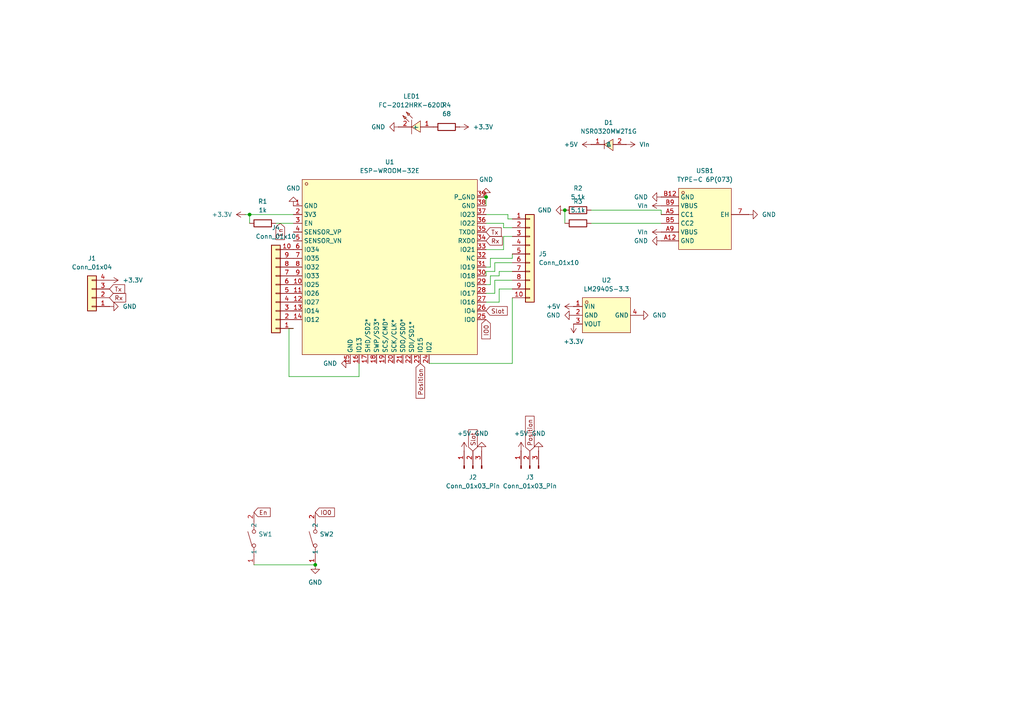
<source format=kicad_sch>
(kicad_sch (version 20231120) (generator "eeschema") (generator_version "8.0")
  (paper "A4")
  (lib_symbols
    (symbol "Connector:Conn_01x03_Pin" (pin_names (offset 1.016) hide)
      (property "Reference" "J" (at 0 5.08 0))
      (property "Value" "Conn_01x03_Pin" (at 0 -5.08 0))
      (symbol "Conn_01x03_Pin_1_1"
        (polyline (pts (xy 1.27 -2.54) (xy 0.8636 -2.54)) (stroke (width 0.1524)))
        (polyline (pts (xy 1.27 0) (xy 0.8636 0)) (stroke (width 0.1524)))
        (polyline (pts (xy 1.27 2.54) (xy 0.8636 2.54)) (stroke (width 0.1524)))
        (rectangle (start 0.8636 -2.413) (end 0 -2.667) (stroke (width 0.1524)) (fill (type outline)))
        (rectangle (start 0.8636 0.127) (end 0 -0.127) (stroke (width 0.1524)) (fill (type outline)))
        (rectangle (start 0.8636 2.667) (end 0 2.413) (stroke (width 0.1524)) (fill (type outline)))
        (pin passive line (at 5.08 2.54 180) (length 3.81) (name "Pin_1") (number "1"))
        (pin passive line (at 5.08 0 180) (length 3.81) (name "Pin_2") (number "2"))
        (pin passive line (at 5.08 -2.54 180) (length 3.81) (name "Pin_3") (number "3"))
      )
    )
    (symbol "Connector_Generic:Conn_01x04" (pin_names (offset 1.016) hide)
      (property "Reference" "J" (at 0 5.08 0))
      (property "Value" "Conn_01x04" (at 0 -7.62 0))
      (symbol "Conn_01x04_1_1"
        (rectangle (start -1.27 -4.953) (end 0 -5.207) (stroke (width 0.1524)))
        (rectangle (start -1.27 -2.413) (end 0 -2.667) (stroke (width 0.1524)))
        (rectangle (start -1.27 0.127) (end 0 -0.127) (stroke (width 0.1524)))
        (rectangle (start -1.27 2.667) (end 0 2.413) (stroke (width 0.1524)))
        (rectangle (start -1.27 3.81) (end 1.27 -6.35) (stroke (width 0.254)) (fill (type background)))
        (pin passive line (at -5.08 2.54 0) (length 3.81) (name "Pin_1") (number "1"))
        (pin passive line (at -5.08 0 0) (length 3.81) (name "Pin_2") (number "2"))
        (pin passive line (at -5.08 -2.54 0) (length 3.81) (name "Pin_3") (number "3"))
        (pin passive line (at -5.08 -5.08 0) (length 3.81) (name "Pin_4") (number "4"))
      )
    )
    (symbol "Connector_Generic:Conn_01x10" (pin_names (offset 1.016) hide)
      (property "Reference" "J" (at 0 12.7 0))
      (property "Value" "Conn_01x10" (at 0 -15.24 0))
      (symbol "Conn_01x10_1_1"
        (rectangle (start -1.27 -12.573) (end 0 -12.827) (stroke (width 0.1524)))
        (rectangle (start -1.27 -10.033) (end 0 -10.287) (stroke (width 0.1524)))
        (rectangle (start -1.27 -7.493) (end 0 -7.747) (stroke (width 0.1524)))
        (rectangle (start -1.27 -4.953) (end 0 -5.207) (stroke (width 0.1524)))
        (rectangle (start -1.27 -2.413) (end 0 -2.667) (stroke (width 0.1524)))
        (rectangle (start -1.27 0.127) (end 0 -0.127) (stroke (width 0.1524)))
        (rectangle (start -1.27 2.667) (end 0 2.413) (stroke (width 0.1524)))
        (rectangle (start -1.27 5.207) (end 0 4.953) (stroke (width 0.1524)))
        (rectangle (start -1.27 7.747) (end 0 7.493) (stroke (width 0.1524)))
        (rectangle (start -1.27 10.287) (end 0 10.033) (stroke (width 0.1524)))
        (rectangle (start -1.27 11.43) (end 1.27 -13.97) (stroke (width 0.254)) (fill (type background)))
        (pin passive line (at -5.08 10.16 0) (length 3.81) (name "Pin_1") (number "1"))
        (pin passive line (at -5.08 -12.7 0) (length 3.81) (name "Pin_10") (number "10"))
        (pin passive line (at -5.08 7.62 0) (length 3.81) (name "Pin_2") (number "2"))
        (pin passive line (at -5.08 5.08 0) (length 3.81) (name "Pin_3") (number "3"))
        (pin passive line (at -5.08 2.54 0) (length 3.81) (name "Pin_4") (number "4"))
        (pin passive line (at -5.08 0 0) (length 3.81) (name "Pin_5") (number "5"))
        (pin passive line (at -5.08 -2.54 0) (length 3.81) (name "Pin_6") (number "6"))
        (pin passive line (at -5.08 -5.08 0) (length 3.81) (name "Pin_7") (number "7"))
        (pin passive line (at -5.08 -7.62 0) (length 3.81) (name "Pin_8") (number "8"))
        (pin passive line (at -5.08 -10.16 0) (length 3.81) (name "Pin_9") (number "9"))
      )
    )
    (symbol "Device:R" (pin_numbers hide) (pin_names (offset 0))
      (property "Reference" "R" (at 2.032 0 90))
      (property "Value" "R" (at 0 0 90))
      (symbol "R_0_1"
        (rectangle (start -1.016 -2.54) (end 1.016 2.54) (stroke (width 0.254)))
      )
      (symbol "R_1_1"
        (pin passive line (at 0 3.81 270) (length 1.27) (name "~") (number "1"))
        (pin passive line (at 0 -3.81 90) (length 1.27) (name "~") (number "2"))
      )
    )
    (symbol "easyeda2kicad:ESP-WROOM-32E"
      (property "Reference" "U" (at 0 27.94 0))
      (property "Value" "ESP-WROOM-32E" (at 0 -30.48 0))
      (symbol "ESP-WROOM-32E_0_1"
        (rectangle (start -25.4 27.94) (end 25.4 -22.86) (fill (type background)))
        (circle (center -24.13 26.67) (radius 0.38))
        (pin unspecified line (at -27.94 20.32 0) (length 2.54) (name "GND") (number "1"))
        (pin unspecified line (at -27.94 -2.54 0) (length 2.54) (name "IO25") (number "10"))
        (pin unspecified line (at -27.94 -5.08 0) (length 2.54) (name "IO26") (number "11"))
        (pin unspecified line (at -27.94 -7.62 0) (length 2.54) (name "IO27") (number "12"))
        (pin unspecified line (at -27.94 -10.16 0) (length 2.54) (name "IO14") (number "13"))
        (pin unspecified line (at -27.94 -12.7 0) (length 2.54) (name "IO12") (number "14"))
        (pin unspecified line (at -11.43 -25.4 90) (length 2.54) (name "GND") (number "15"))
        (pin unspecified line (at -8.89 -25.4 90) (length 2.54) (name "IO13") (number "16"))
        (pin unspecified line (at -6.35 -25.4 90) (length 2.54) (name "SHD/SD2*") (number "17"))
        (pin unspecified line (at -3.81 -25.4 90) (length 2.54) (name "SWP/SD3*") (number "18"))
        (pin unspecified line (at -1.27 -25.4 90) (length 2.54) (name "SCS/CMD*") (number "19"))
        (pin unspecified line (at -27.94 17.78 0) (length 2.54) (name "3V3") (number "2"))
        (pin unspecified line (at 1.27 -25.4 90) (length 2.54) (name "SCK/CLK*") (number "20"))
        (pin unspecified line (at 3.81 -25.4 90) (length 2.54) (name "SDO/SD0*") (number "21"))
        (pin unspecified line (at 6.35 -25.4 90) (length 2.54) (name "SDI/SD1*") (number "22"))
        (pin unspecified line (at 8.89 -25.4 90) (length 2.54) (name "IO15") (number "23"))
        (pin unspecified line (at 11.43 -25.4 90) (length 2.54) (name "IO2") (number "24"))
        (pin unspecified line (at 27.94 -12.7 180) (length 2.54) (name "IO0") (number "25"))
        (pin unspecified line (at 27.94 -10.16 180) (length 2.54) (name "IO4") (number "26"))
        (pin unspecified line (at 27.94 -7.62 180) (length 2.54) (name "IO16") (number "27"))
        (pin unspecified line (at 27.94 -5.08 180) (length 2.54) (name "IO17") (number "28"))
        (pin unspecified line (at 27.94 -2.54 180) (length 2.54) (name "IO5") (number "29"))
        (pin unspecified line (at -27.94 15.24 0) (length 2.54) (name "EN") (number "3"))
        (pin unspecified line (at 27.94 0 180) (length 2.54) (name "IO18") (number "30"))
        (pin unspecified line (at 27.94 2.54 180) (length 2.54) (name "IO19") (number "31"))
        (pin unspecified line (at 27.94 5.08 180) (length 2.54) (name "NC") (number "32"))
        (pin unspecified line (at 27.94 7.62 180) (length 2.54) (name "IO21") (number "33"))
        (pin unspecified line (at 27.94 10.16 180) (length 2.54) (name "RXD0") (number "34"))
        (pin unspecified line (at 27.94 12.7 180) (length 2.54) (name "TXD0") (number "35"))
        (pin unspecified line (at 27.94 15.24 180) (length 2.54) (name "IO22") (number "36"))
        (pin unspecified line (at 27.94 17.78 180) (length 2.54) (name "IO23") (number "37"))
        (pin unspecified line (at 27.94 20.32 180) (length 2.54) (name "GND") (number "38"))
        (pin unspecified line (at 27.94 22.86 180) (length 2.54) (name "P_GND") (number "39"))
        (pin unspecified line (at -27.94 12.7 0) (length 2.54) (name "SENSOR_VP") (number "4"))
        (pin unspecified line (at -27.94 10.16 0) (length 2.54) (name "SENSOR_VN") (number "5"))
        (pin unspecified line (at -27.94 7.62 0) (length 2.54) (name "IO34") (number "6"))
        (pin unspecified line (at -27.94 5.08 0) (length 2.54) (name "IO35") (number "7"))
        (pin unspecified line (at -27.94 2.54 0) (length 2.54) (name "IO32") (number "8"))
        (pin unspecified line (at -27.94 0 0) (length 2.54) (name "IO33") (number "9"))
      )
    )
    (symbol "easyeda2kicad:FC-2012HRK-620D"
      (property "Reference" "LED" (at 0 5.08 0))
      (property "Value" "FC-2012HRK-620D" (at 0 -5.08 0))
      (symbol "FC-2012HRK-620D_0_1"
        (polyline (pts (xy -2.03 1.52) (xy -3.81 3.3)))
        (polyline (pts (xy -1.27 2.03) (xy -1.27 -2.03)))
        (polyline (pts (xy -1.02 2.54) (xy -2.79 4.32)))
        (polyline (pts (xy -3.81 3.3) (xy -2.79 2.79) (xy -3.3 2.29) (xy -3.81 3.3)) (fill (type background)))
        (polyline (pts (xy -2.79 4.32) (xy -1.78 3.81) (xy -2.29 3.3) (xy -2.79 4.32)) (fill (type background)))
        (polyline (pts (xy 1.27 -1.52) (xy -1.27 0) (xy 1.27 1.78) (xy 1.27 -1.52)) (fill (type background)))
        (pin unspecified line (at 5.08 0 180) (length 3.81) (name "+") (number "1"))
        (pin unspecified line (at -5.08 0 0) (length 3.81) (name "-") (number "2"))
      )
    )
    (symbol "easyeda2kicad:LM2940S-3.3"
      (property "Reference" "U" (at 0 7.62 0))
      (property "Value" "LM2940S-3.3" (at 0 -7.62 0))
      (symbol "LM2940S-3.3_0_1"
        (rectangle (start -7.62 5.08) (end 6.35 -5.08) (fill (type background)))
        (circle (center -6.35 3.81) (radius 0.38))
        (pin unspecified line (at -10.16 2.54 0) (length 2.54) (name "VIN") (number "1"))
        (pin unspecified line (at -10.16 0 0) (length 2.54) (name "GND") (number "2"))
        (pin unspecified line (at -10.16 -2.54 0) (length 2.54) (name "VOUT") (number "3"))
        (pin unspecified line (at 8.89 0 180) (length 2.54) (name "GND") (number "4"))
      )
    )
    (symbol "easyeda2kicad:NSR0320MW2T1G"
      (property "Reference" "D" (at 0 5.08 0))
      (property "Value" "NSR0320MW2T1G" (at 0 -5.08 0))
      (symbol "NSR0320MW2T1G_0_1"
        (polyline (pts (xy -1.27 1.27) (xy -1.27 -1.27)))
        (polyline (pts (xy 1.27 1.52) (xy -1.27 0) (xy 1.27 -1.78) (xy 1.27 1.52)) (fill (type background)))
        (pin unspecified line (at -5.08 0 0) (length 3.81) (name "C") (number "1"))
        (pin unspecified line (at 5.08 0 180) (length 3.81) (name "A") (number "2"))
      )
    )
    (symbol "easyeda2kicad:TS-1088-AR02016"
      (property "Reference" "SW" (at 0 5.08 0))
      (property "Value" "TS-1088-AR02016" (at 0 -5.08 0))
      (symbol "TS-1088-AR02016_0_1"
        (circle (center -2.03 0) (radius 0.51))
        (polyline (pts (xy -5.08 0) (xy -2.54 0)))
        (polyline (pts (xy -2.29 0.51) (xy 2.03 1.78)))
        (polyline (pts (xy 5.08 0) (xy 2.54 0)))
        (circle (center 2.03 0) (radius 0.51))
        (pin unspecified line (at -7.62 0 0) (length 2.54) (name "1") (number "1"))
        (pin unspecified line (at 7.62 0 180) (length 2.54) (name "2") (number "2"))
      )
    )
    (symbol "easyeda2kicad:TYPE-C6P(073)"
      (property "Reference" "USB" (at 0 10.16 0))
      (property "Value" "TYPE-C 6P(073)" (at 0 -12.7 0))
      (symbol "TYPE-C6P(073)_0_1"
        (rectangle (start -7.62 7.62) (end 7.62 -10.16) (fill (type background)))
        (circle (center -6.35 6.35) (radius 0.38))
        (pin unspecified line (at 12.7 0 180) (length 5.08) (name "EH") (number "7"))
        (pin unspecified line (at -12.7 -7.62 0) (length 5.08) (name "GND") (number "A12"))
        (pin unspecified line (at -12.7 0 0) (length 5.08) (name "CC1") (number "A5"))
        (pin unspecified line (at -12.7 -5.08 0) (length 5.08) (name "VBUS") (number "A9"))
        (pin unspecified line (at -12.7 5.08 0) (length 5.08) (name "GND") (number "B12"))
        (pin unspecified line (at -12.7 -2.54 0) (length 5.08) (name "CC2") (number "B5"))
        (pin unspecified line (at -12.7 2.54 0) (length 5.08) (name "VBUS") (number "B9"))
      )
    )
    (symbol "power:+3.3V" (power) (pin_numbers hide) (pin_names (offset 0) hide)
      (property "Value" "+3.3V" (at 0 3.556 0))
      (symbol "+3.3V_0_1"
        (polyline (pts (xy -0.762 1.27) (xy 0 2.54)))
        (polyline (pts (xy 0 0) (xy 0 2.54)))
        (polyline (pts (xy 0 2.54) (xy 0.762 1.27)))
      )
      (symbol "+3.3V_1_1"
        (pin power_in line (at 0 0 90) (length 0) (name "~") (number "1"))
      )
    )
    (symbol "power:+5V" (power) (pin_numbers hide) (pin_names (offset 0) hide)
      (property "Value" "+5V" (at 0 3.556 0))
      (symbol "+5V_0_1"
        (polyline (pts (xy -0.762 1.27) (xy 0 2.54)))
        (polyline (pts (xy 0 0) (xy 0 2.54)))
        (polyline (pts (xy 0 2.54) (xy 0.762 1.27)))
      )
      (symbol "+5V_1_1"
        (pin power_in line (at 0 0 90) (length 0) (name "~") (number "1"))
      )
    )
    (symbol "power:GND" (power) (pin_numbers hide) (pin_names (offset 0) hide)
      (property "Value" "GND" (at 0 -3.81 0))
      (symbol "GND_0_1"
        (polyline (pts (xy 0 0) (xy 0 -1.27) (xy 1.27 -1.27) (xy 0 -2.54) (xy -1.27 -1.27) (xy 0 -1.27)))
      )
      (symbol "GND_1_1"
        (pin power_in line (at 0 0 270) (length 0) (name "~") (number "1"))
      )
    )
    (symbol "power:VCC" (power) (pin_numbers hide) (pin_names (offset 0) hide)
      (property "Value" "VCC" (at 0 3.556 0))
      (symbol "VCC_0_1"
        (polyline (pts (xy -0.762 1.27) (xy 0 2.54)))
        (polyline (pts (xy 0 0) (xy 0 2.54)))
        (polyline (pts (xy 0 2.54) (xy 0.762 1.27)))
      )
      (symbol "VCC_1_1"
        (pin power_in line (at 0 0 90) (length 0) (name "~") (number "1"))
      )
    )
  )
  (junction (at 163.83 60.96))
  (junction (at 140.97 57.15))
  (junction (at 72.39 62.23))
  (junction (at 91.44 163.83))
  (wire (pts (xy 140.97 87.63) (xy 144.78 87.63)))
  (wire (pts (xy 72.39 62.23) (xy 72.39 64.77)))
  (wire (pts (xy 83.82 95.25) (xy 85.09 95.25)))
  (wire (pts (xy 140.97 57.15) (xy 140.97 59.69)))
  (wire (pts (xy 148.59 81.28) (xy 143.51 81.28)))
  (wire (pts (xy 71.12 62.23) (xy 72.39 62.23)))
  (wire (pts (xy 143.51 78.74) (xy 140.97 78.74)))
  (wire (pts (xy 144.78 87.63) (xy 144.78 83.82)))
  (wire (pts (xy 171.45 64.77) (xy 191.77 64.77)))
  (wire (pts (xy 147.32 62.23) (xy 140.97 62.23)))
  (wire (pts (xy 148.59 74.93) (xy 148.59 73.66)))
  (wire (pts (xy 140.97 78.74) (xy 140.97 80.01)))
  (wire (pts (xy 171.45 60.96) (xy 191.77 60.96)))
  (wire (pts (xy 143.51 81.28) (xy 143.51 85.09)))
  (wire (pts (xy 142.24 77.47) (xy 142.24 74.93)))
  (wire (pts (xy 124.46 105.41) (xy 148.59 105.41)))
  (wire (pts (xy 143.51 76.2) (xy 143.51 78.74)))
  (wire (pts (xy 148.59 76.2) (xy 143.51 76.2)))
  (wire (pts (xy 144.78 80.01) (xy 144.78 78.74)))
  (wire (pts (xy 143.51 85.09) (xy 140.97 85.09)))
  (wire (pts (xy 140.97 82.55) (xy 142.24 82.55)))
  (wire (pts (xy 191.77 60.96) (xy 191.77 62.23)))
  (wire (pts (xy 83.82 109.22) (xy 83.82 95.25)))
  (wire (pts (xy 163.83 60.96) (xy 163.83 64.77)))
  (wire (pts (xy 142.24 82.55) (xy 142.24 80.01)))
  (wire (pts (xy 146.05 66.04) (xy 148.59 66.04)))
  (wire (pts (xy 140.97 72.39) (xy 146.05 72.39)))
  (wire (pts (xy 72.39 62.23) (xy 85.09 62.23)))
  (wire (pts (xy 146.05 72.39) (xy 146.05 68.58)))
  (wire (pts (xy 140.97 77.47) (xy 142.24 77.47)))
  (wire (pts (xy 146.05 64.77) (xy 140.97 64.77)))
  (wire (pts (xy 91.44 163.83) (xy 73.66 163.83)))
  (wire (pts (xy 144.78 78.74) (xy 148.59 78.74)))
  (wire (pts (xy 80.01 64.77) (xy 85.09 64.77)))
  (wire (pts (xy 142.24 80.01) (xy 144.78 80.01)))
  (wire (pts (xy 104.14 109.22) (xy 83.82 109.22)))
  (wire (pts (xy 147.32 63.5) (xy 148.59 63.5)))
  (wire (pts (xy 146.05 68.58) (xy 148.59 68.58)))
  (wire (pts (xy 146.05 66.04) (xy 146.05 64.77)))
  (wire (pts (xy 142.24 74.93) (xy 148.59 74.93)))
  (wire (pts (xy 147.32 63.5) (xy 147.32 62.23)))
  (wire (pts (xy 148.59 86.36) (xy 148.59 105.41)))
  (wire (pts (xy 104.14 105.41) (xy 104.14 109.22)))
  (wire (pts (xy 144.78 83.82) (xy 148.59 83.82)))
  (global_label "En" (shape input) (at 73.66 148.59 0) (property "Intersheetrefs" "${INTERSHEET_REFS}" (effects (hide yes))))
  (global_label "Tx" (shape input) (at 31.75 83.82 0) (property "Intersheetrefs" "${INTERSHEET_REFS}" (effects (hide yes))))
  (global_label "Slot" (shape input) (at 140.97 90.17 0) (property "Intersheetrefs" "${INTERSHEET_REFS}" (effects (hide yes))))
  (global_label "Slot" (shape input) (at 137.16 130.81 90) (property "Intersheetrefs" "${INTERSHEET_REFS}" (effects (hide yes))))
  (global_label "Tx" (shape input) (at 140.97 67.31 0) (property "Intersheetrefs" "${INTERSHEET_REFS}" (effects (hide yes))))
  (global_label "Position" (shape input) (at 153.67 130.81 90) (property "Intersheetrefs" "${INTERSHEET_REFS}" (effects (hide yes))))
  (global_label "IO0" (shape input) (at 140.97 92.71 270) (property "Intersheetrefs" "${INTERSHEET_REFS}" (effects (hide yes))))
  (global_label "Rx" (shape input) (at 31.75 86.36 0) (property "Intersheetrefs" "${INTERSHEET_REFS}" (effects (hide yes))))
  (global_label "IO0" (shape input) (at 91.44 148.59 0) (property "Intersheetrefs" "${INTERSHEET_REFS}" (effects (hide yes))))
  (global_label "Position" (shape input) (at 121.92 105.41 270) (property "Intersheetrefs" "${INTERSHEET_REFS}" (effects (hide yes))))
  (global_label "En" (shape input) (at 81.28 64.77 270) (property "Intersheetrefs" "${INTERSHEET_REFS}" (effects (hide yes))))
  (global_label "Rx" (shape input) (at 140.97 69.85 0) (property "Intersheetrefs" "${INTERSHEET_REFS}" (effects (hide yes))))
  (symbol (lib_id "power:GND") (at 85.09 59.69 180) (unit 1)
    (property "Reference" "#PWR01" (effects (hide yes)))
    (property "Value" "GND" (at 85.09 54.61 0))
    (property "Description" "Power symbol creates a global label with name \"GND\" , ground" (effects (hide yes)))
  )
  (symbol (lib_id "power:GND") (at 91.44 163.83 0) (unit 1)
    (property "Reference" "#PWR05" (effects (hide yes)))
    (property "Value" "GND" (at 91.44 168.91 0))
    (property "Description" "Power symbol creates a global label with name \"GND\" , ground" (effects (hide yes)))
  )
  (symbol (lib_id "Device:R") (at 167.64 60.96 90) (unit 1)
    (property "Reference" "R2" (at 167.64 54.61 90))
    (property "Value" "5.1k" (at 167.64 57.15 90))
    (property "Footprint" "Resistor_SMD:R_0603_1608Metric" (effects (hide yes)))
    (property "Description" "Resistor" (effects (hide yes)))
  )
  (symbol (lib_id "power:GND") (at 115.57 36.83 270) (unit 1)
    (property "Reference" "#PWR025" (effects (hide yes)))
    (property "Value" "GND" (at 111.76 36.8299 90) (effects (justify right)))
    (property "Description" "Power symbol creates a global label with name \"GND\" , ground" (effects (hide yes)))
  )
  (symbol (lib_id "Device:R") (at 129.54 36.83 90) (unit 1)
    (property "Reference" "R4" (at 129.54 30.48 90))
    (property "Value" "68" (at 129.54 33.02 90))
    (property "Footprint" "Resistor_SMD:R_0603_1608Metric" (effects (hide yes)))
    (property "Description" "Resistor" (effects (hide yes)))
  )
  (symbol (lib_id "Connector_Generic:Conn_01x10") (at 153.67 73.66 0) (unit 1)
    (property "Reference" "J5" (at 156.21 73.6599 0) (effects (justify left)))
    (property "Value" "Conn_01x10" (at 156.21 76.1999 0) (effects (justify left)))
    (property "Footprint" "Connector_PinHeader_2.54mm:PinHeader_1x10_P2.54mm_Vertical" (effects (hide yes)))
    (property "Description" "Generic connector, single row, 01x10, script generated (kicad-library-utils/schlib/autogen/connector/)" (effects (hide yes)))
  )
  (symbol (lib_id "power:+5V") (at 134.62 130.81 0) (unit 1)
    (property "Reference" "#PWR022" (effects (hide yes)))
    (property "Value" "+5V" (at 134.62 125.73 0))
    (property "Description" "Power symbol creates a global label with name \"+5V\"" (effects (hide yes)))
  )
  (symbol (lib_id "power:+3.3V") (at 133.35 36.83 270) (unit 1)
    (property "Reference" "#PWR024" (effects (hide yes)))
    (property "Value" "+3.3V" (at 137.16 36.8299 90) (effects (justify left)))
    (property "Description" "Power symbol creates a global label with name \"+3.3V\"" (effects (hide yes)))
  )
  (symbol (lib_id "power:GND") (at 217.17 62.23 90) (unit 1)
    (property "Reference" "#PWR011" (effects (hide yes)))
    (property "Value" "GND" (at 220.98 62.2299 90) (effects (justify right)))
    (property "Description" "Power symbol creates a global label with name \"GND\" , ground" (effects (hide yes)))
  )
  (symbol (lib_id "power:GND") (at 191.77 57.15 270) (unit 1)
    (property "Reference" "#PWR010" (effects (hide yes)))
    (property "Value" "GND" (at 187.96 57.1499 90) (effects (justify right)))
    (property "Description" "Power symbol creates a global label with name \"GND\" , ground" (effects (hide yes)))
  )
  (symbol (lib_id "power:+5V") (at 166.37 88.9 90) (unit 1)
    (property "Reference" "#PWR014" (effects (hide yes)))
    (property "Value" "+5V" (at 162.56 88.8999 90) (effects (justify left)))
    (property "Description" "Power symbol creates a global label with name \"+5V\"" (effects (hide yes)))
  )
  (symbol (lib_id "easyeda2kicad:LM2940S-3.3") (at 176.53 91.44 0) (unit 1)
    (property "Reference" "U2" (at 175.895 81.28 0))
    (property "Value" "LM2940S-3.3" (at 175.895 83.82 0))
    (property "Footprint" "easyeda2kicad:SOT-223-3_L6.5-W3.4-P2.30-LS7.0-BR" (effects (hide yes)))
    (property "Datasheet" "https://lcsc.com/product-detail/Low-Dropout-Regulators-LDO_HTC-Korea-TAEJIN-Tech-LM2940S-3-3_C596335.html" (effects (hide yes)))
    (property "LCSC Part" "C596335" (effects (hide yes)))
  )
  (symbol (lib_id "Connector_Generic:Conn_01x10") (at 80.01 85.09 180) (unit 1)
    (property "Reference" "J4" (at 80.01 66.04 0))
    (property "Value" "Conn_01x10" (at 80.01 68.58 0))
    (property "Footprint" "Connector_PinHeader_2.54mm:PinHeader_1x10_P2.54mm_Vertical" (effects (hide yes)))
    (property "Description" "Generic connector, single row, 01x10, script generated (kicad-library-utils/schlib/autogen/connector/)" (effects (hide yes)))
  )
  (symbol (lib_id "power:GND") (at 166.37 91.44 270) (unit 1)
    (property "Reference" "#PWR015" (effects (hide yes)))
    (property "Value" "GND" (at 162.56 91.4399 90) (effects (justify right)))
    (property "Description" "Power symbol creates a global label with name \"GND\" , ground" (effects (hide yes)))
  )
  (symbol (lib_id "power:+5V") (at 151.13 130.81 0) (unit 1)
    (property "Reference" "#PWR021" (effects (hide yes)))
    (property "Value" "+5V" (at 151.13 125.73 0))
    (property "Description" "Power symbol creates a global label with name \"+5V\"" (effects (hide yes)))
  )
  (symbol (lib_id "easyeda2kicad:TS-1088-AR02016") (at 91.44 156.21 90) (unit 1)
    (property "Reference" "SW2" (at 92.71 154.9399 90) (effects (justify right)))
    (property "Value" "TS-1088-AR02016" (effects (hide yes)))
    (property "Footprint" "easyeda2kicad:SW-SMD_L3.9-W3.0-P4.45" (effects (hide yes)))
    (property "Datasheet" "https://lcsc.com/product-detail/Tactile-Switches_XUNPU-TS-1088-AR02016_C720477.html" (effects (hide yes)))
    (property "LCSC Part" "C720477" (effects (hide yes)))
  )
  (symbol (lib_id "Connector:Conn_01x03_Pin") (at 153.67 135.89 90) (unit 1)
    (property "Reference" "J3" (at 153.67 138.43 90))
    (property "Value" "Conn_01x03_Pin" (at 153.67 140.97 90))
    (property "Footprint" "Connector_PinHeader_2.54mm:PinHeader_1x03_P2.54mm_Horizontal" (effects (hide yes)))
    (property "Description" "Generic connector, single row, 01x03, script generated" (effects (hide yes)))
  )
  (symbol (lib_id "easyeda2kicad:ESP-WROOM-32E") (at 113.03 80.01 0) (unit 1)
    (property "Reference" "U1" (at 113.03 46.99 0))
    (property "Value" "ESP-WROOM-32E" (at 113.03 49.53 0))
    (property "Footprint" "easyeda2kicad:COMM-SMD_ESP-WROOM-32D" (effects (hide yes)))
    (property "LCSC Part" "C19949066" (effects (hide yes)))
  )
  (symbol (lib_id "easyeda2kicad:TYPE-C6P(073)") (at 204.47 62.23 0) (unit 1)
    (property "Reference" "USB1" (at 204.47 49.53 0))
    (property "Value" "TYPE-C 6P(073)" (at 204.47 52.07 0))
    (property "Footprint" "easyeda2kicad:TYPE-C-SMD_TYPE-C-6P_5" (effects (hide yes)))
    (property "Datasheet" "https://lcsc.com/product-detail/USB-Connectors_SHOU-HAN-TYPE-C-6P-073_C668623.html" (effects (hide yes)))
    (property "LCSC Part" "C668623" (effects (hide yes)))
  )
  (symbol (lib_id "power:GND") (at 185.42 91.44 90) (unit 1)
    (property "Reference" "#PWR016" (effects (hide yes)))
    (property "Value" "GND" (at 189.23 91.4399 90) (effects (justify right)))
    (property "Description" "Power symbol creates a global label with name \"GND\" , ground" (effects (hide yes)))
  )
  (symbol (lib_id "Connector_Generic:Conn_01x04") (at 26.67 86.36 180) (unit 1)
    (property "Reference" "J1" (at 26.67 74.93 0))
    (property "Value" "Conn_01x04" (at 26.67 77.47 0))
    (property "Footprint" "Connector_PinHeader_2.54mm:PinHeader_1x04_P2.54mm_Horizontal" (effects (hide yes)))
    (property "Description" "Generic connector, single row, 01x04, script generated (kicad-library-utils/schlib/autogen/connector/)" (effects (hide yes)))
  )
  (symbol (lib_id "Connector:Conn_01x03_Pin") (at 137.16 135.89 90) (unit 1)
    (property "Reference" "J2" (at 137.16 138.43 90))
    (property "Value" "Conn_01x03_Pin" (at 137.16 140.97 90))
    (property "Footprint" "Connector_PinHeader_2.54mm:PinHeader_1x03_P2.54mm_Horizontal" (effects (hide yes)))
    (property "Description" "Generic connector, single row, 01x03, script generated" (effects (hide yes)))
  )
  (symbol (lib_id "power:+3.3V") (at 71.12 62.23 90) (unit 1)
    (property "Reference" "#PWR04" (effects (hide yes)))
    (property "Value" "+3.3V" (at 67.31 62.2299 90) (effects (justify left)))
    (property "Description" "Power symbol creates a global label with name \"+3.3V\"" (effects (hide yes)))
  )
  (symbol (lib_id "power:VCC") (at 191.77 59.69 90) (unit 1)
    (property "Reference" "#PWR08" (effects (hide yes)))
    (property "Value" "VIn" (at 187.96 59.6899 90) (effects (justify left)))
    (property "Description" "Power symbol creates a global label with name \"VCC\"" (effects (hide yes)))
  )
  (symbol (lib_id "power:GND") (at 163.83 60.96 270) (unit 1)
    (property "Reference" "#PWR06" (effects (hide yes)))
    (property "Value" "GND" (at 160.02 60.9599 90) (effects (justify right)))
    (property "Description" "Power symbol creates a global label with name \"GND\" , ground" (effects (hide yes)))
  )
  (symbol (lib_id "power:+3.3V") (at 31.75 81.28 270) (unit 1)
    (property "Reference" "#PWR019" (effects (hide yes)))
    (property "Value" "+3.3V" (at 35.56 81.2801 90) (effects (justify left)))
    (property "Description" "Power symbol creates a global label with name \"+3.3V\"" (effects (hide yes)))
  )
  (symbol (lib_id "power:VCC") (at 181.61 41.91 270) (unit 1)
    (property "Reference" "#PWR07" (effects (hide yes)))
    (property "Value" "VIn" (at 185.42 41.9099 90) (effects (justify left)))
    (property "Description" "Power symbol creates a global label with name \"VCC\"" (effects (hide yes)))
  )
  (symbol (lib_id "easyeda2kicad:NSR0320MW2T1G") (at 176.53 41.91 0) (unit 1)
    (property "Reference" "D1" (at 176.53 35.56 0))
    (property "Value" "NSR0320MW2T1G" (at 176.53 38.1 0))
    (property "Footprint" "easyeda2kicad:SOD-323_L1.8-W1.3-LS2.5-RD" (effects (hide yes)))
    (property "Datasheet" "https://lcsc.com/product-detail/Schottky-Barrier-Diodes-SBD_ON_NSR0320MW2T1G_NSR0320MW2T1G_C48192.html" (effects (hide yes)))
    (property "LCSC Part" "C48192" (effects (hide yes)))
  )
  (symbol (lib_id "power:+5V") (at 171.45 41.91 90) (unit 1)
    (property "Reference" "#PWR013" (effects (hide yes)))
    (property "Value" "+5V" (at 167.64 41.9099 90) (effects (justify left)))
    (property "Description" "Power symbol creates a global label with name \"+5V\"" (effects (hide yes)))
  )
  (symbol (lib_id "power:GND") (at 140.97 57.15 180) (unit 1)
    (property "Reference" "#PWR02" (effects (hide yes)))
    (property "Value" "GND" (at 140.97 52.07 0))
    (property "Description" "Power symbol creates a global label with name \"GND\" , ground" (effects (hide yes)))
  )
  (symbol (lib_id "power:+3.3V") (at 166.37 93.98 180) (unit 1)
    (property "Reference" "#PWR017" (effects (hide yes)))
    (property "Value" "+3.3V" (at 166.37 99.06 0))
    (property "Description" "Power symbol creates a global label with name \"+3.3V\"" (effects (hide yes)))
  )
  (symbol (lib_id "power:GND") (at 31.75 88.9 90) (unit 1)
    (property "Reference" "#PWR018" (effects (hide yes)))
    (property "Value" "GND" (at 35.56 88.9001 90) (effects (justify right)))
    (property "Description" "Power symbol creates a global label with name \"GND\" , ground" (effects (hide yes)))
  )
  (symbol (lib_id "power:GND") (at 101.6 105.41 270) (unit 1)
    (property "Reference" "#PWR03" (effects (hide yes)))
    (property "Value" "GND" (at 97.79 105.4099 90) (effects (justify right)))
    (property "Description" "Power symbol creates a global label with name \"GND\" , ground" (effects (hide yes)))
  )
  (symbol (lib_id "power:VCC") (at 191.77 67.31 90) (unit 1)
    (property "Reference" "#PWR012" (effects (hide yes)))
    (property "Value" "VIn" (at 187.96 67.3099 90) (effects (justify left)))
    (property "Description" "Power symbol creates a global label with name \"VCC\"" (effects (hide yes)))
  )
  (symbol (lib_id "Device:R") (at 167.64 64.77 90) (unit 1)
    (property "Reference" "R3" (at 167.64 58.42 90))
    (property "Value" "5.1k" (at 167.64 60.96 90))
    (property "Footprint" "Resistor_SMD:R_0603_1608Metric" (effects (hide yes)))
    (property "Description" "Resistor" (effects (hide yes)))
  )
  (symbol (lib_id "Device:R") (at 76.2 64.77 90) (unit 1)
    (property "Reference" "R1" (at 76.2 58.42 90))
    (property "Value" "1k" (at 76.2 60.96 90))
    (property "Footprint" "Resistor_SMD:R_0603_1608Metric" (effects (hide yes)))
    (property "Description" "Resistor" (effects (hide yes)))
  )
  (symbol (lib_id "power:GND") (at 139.7 130.81 180) (unit 1)
    (property "Reference" "#PWR023" (effects (hide yes)))
    (property "Value" "GND" (at 139.7 125.73 0))
    (property "Description" "Power symbol creates a global label with name \"GND\" , ground" (effects (hide yes)))
  )
  (symbol (lib_id "easyeda2kicad:TS-1088-AR02016") (at 73.66 156.21 90) (unit 1)
    (property "Reference" "SW1" (at 74.93 154.9399 90) (effects (justify right)))
    (property "Value" "TS-1088-AR02016" (effects (hide yes)))
    (property "Footprint" "easyeda2kicad:SW-SMD_L3.9-W3.0-P4.45" (effects (hide yes)))
    (property "Datasheet" "https://lcsc.com/product-detail/Tactile-Switches_XUNPU-TS-1088-AR02016_C720477.html" (effects (hide yes)))
    (property "LCSC Part" "C720477" (effects (hide yes)))
  )
  (symbol (lib_id "power:GND") (at 191.77 69.85 270) (unit 1)
    (property "Reference" "#PWR09" (effects (hide yes)))
    (property "Value" "GND" (at 187.96 69.8499 90) (effects (justify right)))
    (property "Description" "Power symbol creates a global label with name \"GND\" , ground" (effects (hide yes)))
  )
  (symbol (lib_id "easyeda2kicad:FC-2012HRK-620D") (at 120.65 36.83 0) (unit 1)
    (property "Reference" "LED1" (at 119.38 27.94 0))
    (property "Value" "FC-2012HRK-620D" (at 119.38 30.48 0))
    (property "Footprint" "easyeda2kicad:LED0805-R-RD" (effects (hide yes)))
    (property "Datasheet" "https://lcsc.com/product-detail/Light-Emitting-Diodes-LED_Red-LED-SMDLED-80-180mcd_C84256.html" (effects (hide yes)))
    (property "LCSC Part" "C84256" (effects (hide yes)))
  )
  (symbol (lib_id "power:GND") (at 156.21 130.81 180) (unit 1)
    (property "Reference" "#PWR020" (effects (hide yes)))
    (property "Value" "GND" (at 156.21 125.73 0))
    (property "Description" "Power symbol creates a global label with name \"GND\" , ground" (effects (hide yes)))
  )
)
</source>
